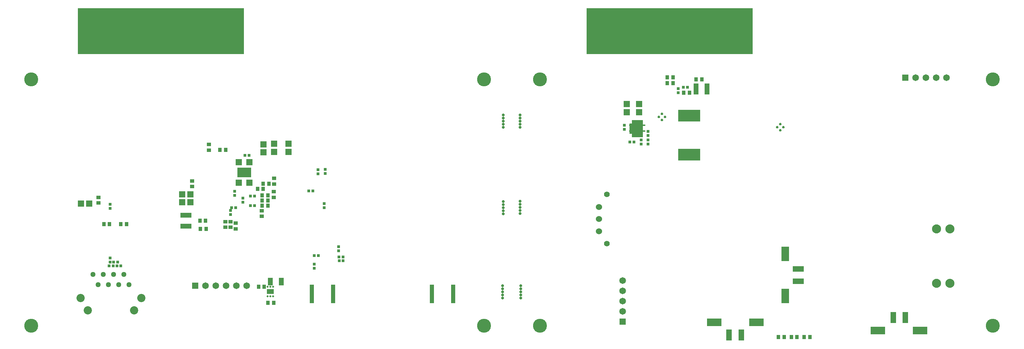
<source format=gbs>
G04*
G04 #@! TF.GenerationSoftware,Altium Limited,Altium Designer,21.5.1 (32)*
G04*
G04 Layer_Color=16711935*
%FSLAX25Y25*%
%MOIN*%
G70*
G04*
G04 #@! TF.SameCoordinates,DFD27BC7-BC2E-4EA6-85E0-B657734EDDAB*
G04*
G04*
G04 #@! TF.FilePolarity,Negative*
G04*
G01*
G75*
%ADD15R,0.21300X0.11400*%
%ADD101R,0.03937X0.17953*%
%ADD111C,0.08800*%
%ADD113C,0.06000*%
%ADD171R,1.61500X0.44500*%
%ADD186R,0.02559X0.02953*%
%ADD188R,0.02953X0.02559*%
%ADD195O,0.02953X0.01535*%
%ADD196O,0.01535X0.02953*%
%ADD197R,0.08661X0.08661*%
%ADD201R,0.06496X0.06102*%
%ADD202R,0.06102X0.06496*%
%ADD207R,0.03740X0.04134*%
%ADD208R,0.04134X0.03740*%
%ADD214R,0.30891X0.40591*%
%ADD215R,0.02559X0.40591*%
%ADD216R,0.04921X0.10827*%
%ADD231R,0.06496X0.06496*%
%ADD254R,0.10827X0.04921*%
%ADD255C,0.02800*%
%ADD256C,0.13591*%
%ADD257C,0.05591*%
%ADD258C,0.06496*%
%ADD259R,0.06496X0.06496*%
%ADD260C,0.07991*%
%ADD261C,0.05091*%
%ADD262R,0.04500X0.10000*%
%ADD263R,0.10500X0.17000*%
%ADD264R,0.01000X0.01500*%
%ADD265R,0.14173X0.07284*%
%ADD266R,0.05709X0.10827*%
%ADD267R,0.07284X0.14173*%
%ADD268R,0.10827X0.05709*%
%ADD269R,0.13583X0.09252*%
%ADD270R,0.06102X0.06102*%
%ADD271O,0.01772X0.01968*%
%ADD272R,0.06890X0.04528*%
%ADD273R,0.04921X0.07284*%
G36*
X731101Y325763D02*
X731493Y325502D01*
X731754Y325110D01*
X731846Y324648D01*
X731754Y324186D01*
X731493Y323794D01*
X731101Y323532D01*
X730639Y323440D01*
X730177Y323532D01*
X729785Y323794D01*
X729523Y324186D01*
X729431Y324648D01*
X729523Y325110D01*
X729785Y325502D01*
X730177Y325763D01*
X730639Y325855D01*
X731101Y325763D01*
D02*
G37*
G36*
X734152Y322712D02*
X734544Y322450D01*
X734806Y322059D01*
X734898Y321597D01*
X734806Y321134D01*
X734544Y320743D01*
X734152Y320481D01*
X733690Y320389D01*
X733228Y320481D01*
X732836Y320743D01*
X732575Y321134D01*
X732483Y321597D01*
X732575Y322059D01*
X732836Y322450D01*
X733228Y322712D01*
X733690Y322804D01*
X734152Y322712D01*
D02*
G37*
G36*
X728050D02*
X728442Y322450D01*
X728703Y322059D01*
X728795Y321597D01*
X728703Y321134D01*
X728442Y320743D01*
X728050Y320481D01*
X727588Y320389D01*
X727126Y320481D01*
X726734Y320743D01*
X726472Y321134D01*
X726380Y321597D01*
X726472Y322059D01*
X726734Y322450D01*
X727126Y322712D01*
X727588Y322804D01*
X728050Y322712D01*
D02*
G37*
G36*
X731101Y319661D02*
X731493Y319399D01*
X731754Y319007D01*
X731846Y318545D01*
X731754Y318083D01*
X731493Y317692D01*
X731101Y317430D01*
X730639Y317338D01*
X730177Y317430D01*
X729785Y317692D01*
X729523Y318083D01*
X729431Y318545D01*
X729523Y319007D01*
X729785Y319399D01*
X730177Y319661D01*
X730639Y319753D01*
X731101Y319661D01*
D02*
G37*
G36*
X846160Y315720D02*
X846552Y315459D01*
X846814Y315067D01*
X846906Y314605D01*
X846814Y314143D01*
X846552Y313751D01*
X846160Y313489D01*
X845698Y313397D01*
X845236Y313489D01*
X844845Y313751D01*
X844583Y314143D01*
X844491Y314605D01*
X844583Y315067D01*
X844845Y315459D01*
X845236Y315720D01*
X845698Y315812D01*
X846160Y315720D01*
D02*
G37*
G36*
X707093Y314763D02*
X707485Y314502D01*
X707747Y314110D01*
X707839Y313648D01*
X707747Y313186D01*
X707485Y312794D01*
X707093Y312532D01*
X706631Y312440D01*
X706169Y312532D01*
X705777Y312794D01*
X705516Y313186D01*
X705424Y313648D01*
X705516Y314110D01*
X705777Y314502D01*
X706169Y314763D01*
X706631Y314855D01*
X707093Y314763D01*
D02*
G37*
G36*
X849212Y312669D02*
X849603Y312407D01*
X849865Y312016D01*
X849957Y311554D01*
X849865Y311092D01*
X849603Y310700D01*
X849212Y310438D01*
X848750Y310346D01*
X848287Y310438D01*
X847896Y310700D01*
X847634Y311092D01*
X847542Y311554D01*
X847634Y312016D01*
X847896Y312407D01*
X848287Y312669D01*
X848750Y312761D01*
X849212Y312669D01*
D02*
G37*
G36*
X843109D02*
X843501Y312407D01*
X843763Y312016D01*
X843855Y311554D01*
X843763Y311092D01*
X843501Y310700D01*
X843109Y310438D01*
X842647Y310346D01*
X842185Y310438D01*
X841793Y310700D01*
X841532Y311092D01*
X841440Y311554D01*
X841532Y312016D01*
X841793Y312407D01*
X842185Y312669D01*
X842647Y312761D01*
X843109Y312669D01*
D02*
G37*
G36*
X710144Y311712D02*
X710536Y311450D01*
X710798Y311059D01*
X710890Y310597D01*
X710798Y310135D01*
X710536Y309743D01*
X710144Y309481D01*
X709682Y309389D01*
X709220Y309481D01*
X708828Y309743D01*
X708567Y310135D01*
X708475Y310597D01*
X708567Y311059D01*
X708828Y311450D01*
X709220Y311712D01*
X709682Y311804D01*
X710144Y311712D01*
D02*
G37*
G36*
X704042D02*
X704434Y311450D01*
X704696Y311059D01*
X704787Y310597D01*
X704696Y310135D01*
X704434Y309743D01*
X704042Y309481D01*
X703580Y309389D01*
X703118Y309481D01*
X702726Y309743D01*
X702464Y310135D01*
X702373Y310597D01*
X702464Y311059D01*
X702726Y311450D01*
X703118Y311712D01*
X703580Y311804D01*
X704042Y311712D01*
D02*
G37*
G36*
X846160Y309618D02*
X846552Y309356D01*
X846814Y308964D01*
X846906Y308502D01*
X846814Y308040D01*
X846552Y307649D01*
X846160Y307387D01*
X845698Y307295D01*
X845236Y307387D01*
X844845Y307649D01*
X844583Y308040D01*
X844491Y308502D01*
X844583Y308964D01*
X844845Y309356D01*
X845236Y309618D01*
X845698Y309710D01*
X846160Y309618D01*
D02*
G37*
G36*
X707093Y308661D02*
X707485Y308399D01*
X707747Y308008D01*
X707839Y307545D01*
X707747Y307083D01*
X707485Y306692D01*
X707093Y306430D01*
X706631Y306338D01*
X706169Y306430D01*
X705777Y306692D01*
X705516Y307083D01*
X705424Y307545D01*
X705516Y308008D01*
X705777Y308399D01*
X706169Y308661D01*
X706631Y308753D01*
X707093Y308661D01*
D02*
G37*
D15*
X757183Y284722D02*
D03*
Y322922D02*
D03*
D101*
X507315Y149177D02*
D03*
X527945D02*
D03*
X390631D02*
D03*
X411260D02*
D03*
D111*
X1010635Y159550D02*
D03*
X997635D02*
D03*
X1010635Y212550D02*
D03*
X997635D02*
D03*
D113*
X669635Y210250D02*
D03*
Y222050D02*
D03*
Y233850D02*
D03*
D171*
X738135Y405050D02*
D03*
X243946Y405000D02*
D03*
D186*
X746635Y345081D02*
D03*
Y349018D02*
D03*
X717135Y307518D02*
D03*
Y303581D02*
D03*
X694135Y313518D02*
D03*
Y309581D02*
D03*
X717135Y299018D02*
D03*
Y295081D02*
D03*
X710635Y299018D02*
D03*
Y295081D02*
D03*
X194630Y236469D02*
D03*
Y232531D02*
D03*
X323446Y238531D02*
D03*
Y242469D02*
D03*
X311445Y230469D02*
D03*
Y226532D02*
D03*
X315445Y245031D02*
D03*
Y248969D02*
D03*
X194446Y183968D02*
D03*
Y180032D02*
D03*
X396445Y266032D02*
D03*
Y269969D02*
D03*
X403445Y266531D02*
D03*
Y270468D02*
D03*
X402446Y233032D02*
D03*
Y236968D02*
D03*
X392946Y174031D02*
D03*
Y177969D02*
D03*
X416445Y194968D02*
D03*
Y191032D02*
D03*
D188*
X751666Y350550D02*
D03*
X755604D02*
D03*
X703604Y297050D02*
D03*
X699667D02*
D03*
X329598Y284000D02*
D03*
X325661D02*
D03*
X204945Y176500D02*
D03*
X201008D02*
D03*
X193477Y176500D02*
D03*
X197414D02*
D03*
X330977Y244500D02*
D03*
X334914D02*
D03*
X312477Y233000D02*
D03*
X316414D02*
D03*
X330977Y235000D02*
D03*
X334914D02*
D03*
X201914Y180000D02*
D03*
X197977D02*
D03*
X391414Y249500D02*
D03*
X387477D02*
D03*
X420946Y181500D02*
D03*
X417008D02*
D03*
X420914Y185000D02*
D03*
X416977D02*
D03*
X392977Y186500D02*
D03*
X396914D02*
D03*
D195*
X700135Y313550D02*
D03*
X713127D02*
D03*
Y307644D02*
D03*
X700135D02*
D03*
D196*
X702694Y317093D02*
D03*
X704663D02*
D03*
X706631D02*
D03*
X708600D02*
D03*
X710568D02*
D03*
Y304100D02*
D03*
X708600D02*
D03*
X706631D02*
D03*
X704663D02*
D03*
X702694D02*
D03*
D197*
X706631Y310597D02*
D03*
D201*
X708635Y333987D02*
D03*
Y326113D02*
D03*
X696635Y333987D02*
D03*
Y326113D02*
D03*
X367946Y287563D02*
D03*
Y295437D02*
D03*
X343445Y287063D02*
D03*
Y294937D02*
D03*
X353945Y287563D02*
D03*
Y295437D02*
D03*
D202*
X174067Y237000D02*
D03*
X166193D02*
D03*
X272382Y238500D02*
D03*
X264508D02*
D03*
X272382Y246000D02*
D03*
X264508D02*
D03*
D207*
X843879Y107050D02*
D03*
X849391D02*
D03*
X868879D02*
D03*
X874391D02*
D03*
X856379D02*
D03*
X861891D02*
D03*
X741391Y360050D02*
D03*
X735879D02*
D03*
X741391Y354550D02*
D03*
X735879D02*
D03*
X757455Y345250D02*
D03*
X751943D02*
D03*
X763879Y358050D02*
D03*
X769391D02*
D03*
X210386Y217000D02*
D03*
X204874D02*
D03*
X188374Y217000D02*
D03*
X193886D02*
D03*
X287701Y212500D02*
D03*
X282190D02*
D03*
X287201Y220500D02*
D03*
X281690D02*
D03*
X342190Y235000D02*
D03*
X347701D02*
D03*
X342190Y245000D02*
D03*
X347701D02*
D03*
X342190Y240000D02*
D03*
X347701D02*
D03*
X337690Y251500D02*
D03*
X343201D02*
D03*
X343190Y256500D02*
D03*
X348701D02*
D03*
X306701Y289500D02*
D03*
X301190D02*
D03*
X347874Y140500D02*
D03*
X353386D02*
D03*
X344201Y156000D02*
D03*
X338690D02*
D03*
D208*
X183130Y237744D02*
D03*
Y243256D02*
D03*
X353945Y261756D02*
D03*
Y256244D02*
D03*
X341946Y230256D02*
D03*
Y224744D02*
D03*
X353446Y248756D02*
D03*
Y243244D02*
D03*
X316445Y218075D02*
D03*
Y212563D02*
D03*
X306446Y219575D02*
D03*
Y214063D02*
D03*
X274130Y259256D02*
D03*
Y253744D02*
D03*
X311445Y219575D02*
D03*
Y214063D02*
D03*
X290445Y289244D02*
D03*
Y294756D02*
D03*
D214*
X724035Y403325D02*
D03*
X676735D02*
D03*
X229845Y403275D02*
D03*
X182545D02*
D03*
D215*
X814935Y403325D02*
D03*
X811785D02*
D03*
X808635D02*
D03*
X805485D02*
D03*
X802335D02*
D03*
X799185D02*
D03*
X796035D02*
D03*
X792885D02*
D03*
X786585D02*
D03*
X789735D02*
D03*
X783435D02*
D03*
X780285D02*
D03*
X777135D02*
D03*
X773985D02*
D03*
X770835D02*
D03*
X767685D02*
D03*
X764535D02*
D03*
X758235D02*
D03*
X755085D02*
D03*
X761385D02*
D03*
X320745Y403275D02*
D03*
X317596D02*
D03*
X314445D02*
D03*
X311296D02*
D03*
X308145D02*
D03*
X304995D02*
D03*
X301846D02*
D03*
X298695D02*
D03*
X292395D02*
D03*
X295546D02*
D03*
X289246D02*
D03*
X286095D02*
D03*
X282945D02*
D03*
X279796D02*
D03*
X276645D02*
D03*
X273496D02*
D03*
X270345D02*
D03*
X264046D02*
D03*
X260895D02*
D03*
X267196D02*
D03*
D216*
X774514Y348750D02*
D03*
X763884D02*
D03*
D231*
X692435Y121959D02*
D03*
D254*
X268130Y215185D02*
D03*
Y225815D02*
D03*
D255*
X576500Y311500D02*
D03*
Y314500D02*
D03*
Y317500D02*
D03*
Y320500D02*
D03*
Y323500D02*
D03*
X593000Y311500D02*
D03*
Y314500D02*
D03*
Y317500D02*
D03*
Y320500D02*
D03*
Y323500D02*
D03*
X576500Y227000D02*
D03*
Y230000D02*
D03*
Y233000D02*
D03*
Y236000D02*
D03*
Y239000D02*
D03*
X593000Y227500D02*
D03*
Y230500D02*
D03*
Y233500D02*
D03*
Y236500D02*
D03*
Y239500D02*
D03*
X593500Y145000D02*
D03*
Y148000D02*
D03*
Y151000D02*
D03*
Y154000D02*
D03*
Y157000D02*
D03*
X576000D02*
D03*
Y154000D02*
D03*
Y151000D02*
D03*
Y148000D02*
D03*
Y145000D02*
D03*
D256*
X612185Y358000D02*
D03*
X1052185Y358000D02*
D03*
Y118000D02*
D03*
X612185D02*
D03*
X557996Y357950D02*
D03*
Y117950D02*
D03*
X117996D02*
D03*
Y357950D02*
D03*
D257*
X677335Y198150D02*
D03*
Y245950D02*
D03*
D258*
X1007179Y359637D02*
D03*
X997179D02*
D03*
X987179D02*
D03*
X977179D02*
D03*
X692435Y161960D02*
D03*
Y151960D02*
D03*
Y141960D02*
D03*
Y131959D02*
D03*
X327130Y157000D02*
D03*
X317130D02*
D03*
X307130D02*
D03*
X297130D02*
D03*
X287130D02*
D03*
D259*
X967179Y359637D02*
D03*
X277130Y157000D02*
D03*
D260*
X224945Y145000D02*
D03*
X165945D02*
D03*
X217946Y133000D02*
D03*
X172945D02*
D03*
D261*
X207945Y168000D02*
D03*
X212946Y158000D02*
D03*
X202945D02*
D03*
X197945Y168000D02*
D03*
X192946Y158000D02*
D03*
X187945Y168000D02*
D03*
X182946Y158000D02*
D03*
X177945Y168000D02*
D03*
D262*
X701385Y310050D02*
D03*
D263*
X706885D02*
D03*
D264*
X349945Y150750D02*
D03*
X347945D02*
D03*
X349945Y153250D02*
D03*
X347945D02*
D03*
D265*
X940513Y113451D02*
D03*
X981497D02*
D03*
X822619Y121550D02*
D03*
X781635D02*
D03*
D266*
X955375Y126050D02*
D03*
X967186D02*
D03*
X807757Y108951D02*
D03*
X795946D02*
D03*
D267*
X850537Y188223D02*
D03*
Y147239D02*
D03*
D268*
X863135Y173361D02*
D03*
Y161550D02*
D03*
D269*
X324730Y267500D02*
D03*
D270*
X329830Y257500D02*
D03*
X319630D02*
D03*
Y277500D02*
D03*
X329830D02*
D03*
D271*
X347571Y156000D02*
D03*
X350130D02*
D03*
X352689D02*
D03*
Y146748D02*
D03*
X350130D02*
D03*
X347571D02*
D03*
D272*
X350130Y151374D02*
D03*
D273*
X360760Y161000D02*
D03*
X350131D02*
D03*
M02*

</source>
